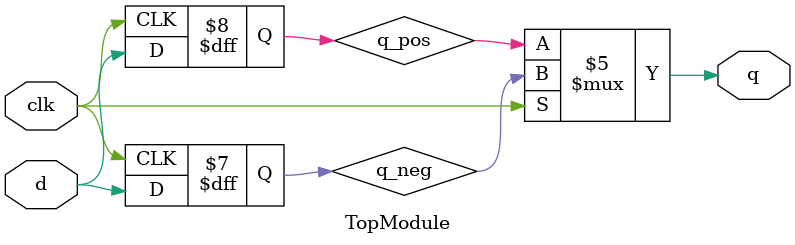
<source format=sv>
module TopModule(
    input logic clk,
    input logic d,
    output logic q
);

    logic q_pos, q_neg;

    // Rising edge flip-flop
    always_ff @(posedge clk) begin
        q_pos <= d;
    end

    // Falling edge flip-flop
    always_ff @(negedge clk) begin
        q_neg <= d;
    end

    // Multiplexer to select between q_pos and q_neg
    always_comb begin
        if (clk) begin
            q = q_neg;
        end else begin
            q = q_pos;
        end
    end

endmodule
</source>
